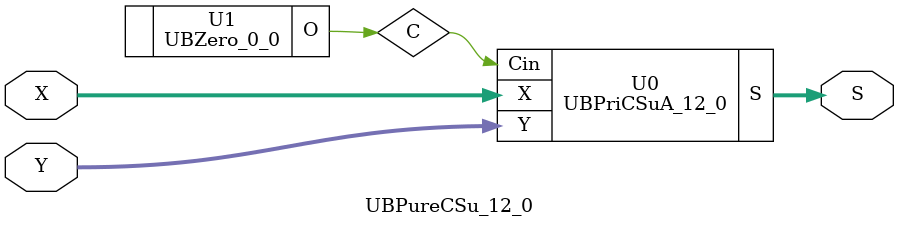
<source format=v>
/*----------------------------------------------------------------------------
  Copyright (c) 2021 Homma laboratory. All rights reserved.

  Top module: UBCSu_12_0_12_0

  Operand-1 length: 13
  Operand-2 length: 13
  Two-operand addition algorithm: Conditional sum adder
----------------------------------------------------------------------------*/

module UBFA_0(C, S, X, Y, Z);
  output C;
  output S;
  input X;
  input Y;
  input Z;
  assign C = ( X & Y ) | ( Y & Z ) | ( Z & X );
  assign S = X ^ Y ^ Z;
endmodule

module UBHCSuB_0_0(C, S, X, Y, Ci);
  output C;
  output S;
  input Ci;
  input X;
  input Y;
  UBFA_0 U0 (C, S, X, Y, Ci);
endmodule

module UBZero_1_1(O);
  output [1:1] O;
  assign O[1] = 0;
endmodule

module UBOne_1(O);
  output O;
  assign O = 1;
endmodule

module UBFA_1(C, S, X, Y, Z);
  output C;
  output S;
  input X;
  input Y;
  input Z;
  assign C = ( X & Y ) | ( Y & Z ) | ( Z & X );
  assign S = X ^ Y ^ Z;
endmodule

module UBCSuB_1_1(C_0, C_1, S_0, S_1, X, Y);
  output C_0;
  output C_1;
  output S_0;
  output S_1;
  input X;
  input Y;
  wire Ci_0;
  wire Ci_1;
  wire Co_0;
  wire Co_1;
  assign C_0 = ( Co_0 & ( ~ Ci_0 ) ) | ( Co_1 & Ci_0 );
  assign C_1 = ( Co_0 & ( ~ Ci_1 ) ) | ( Co_1 & Ci_1 );
  UBZero_1_1 U0 (Ci_0);
  UBOne_1 U1 (Ci_1);
  UBFA_1 U2 (Co_0, S_0, X, Y, Ci_0);
  UBFA_1 U3 (Co_1, S_1, X, Y, Ci_1);
endmodule

module UBHCSuB_1_0(C, S, X, Y, Ci);
  output C;
  output [1:0] S;
  input Ci;
  input [1:0] X;
  input [1:0] Y;
  wire C_0;
  wire C_1;
  wire Co;
  wire S_0;
  wire S_1;
  assign S[1] = ( S_0 & ( ~ Co ) ) | ( S_1 & Co );
  assign C = ( C_0 & ( ~ Co ) ) | ( C_1 & Co );
  UBHCSuB_0_0 U0 (Co, S[0], X[0], Y[0], Ci);
  UBCSuB_1_1 U1 (C_0, C_1, S_0, S_1, X[1], Y[1]);
endmodule

module UBZero_2_2(O);
  output [2:2] O;
  assign O[2] = 0;
endmodule

module UBOne_2(O);
  output O;
  assign O = 1;
endmodule

module UBFA_2(C, S, X, Y, Z);
  output C;
  output S;
  input X;
  input Y;
  input Z;
  assign C = ( X & Y ) | ( Y & Z ) | ( Z & X );
  assign S = X ^ Y ^ Z;
endmodule

module UBCSuB_2_2(C_0, C_1, S_0, S_1, X, Y);
  output C_0;
  output C_1;
  output S_0;
  output S_1;
  input X;
  input Y;
  wire Ci_0;
  wire Ci_1;
  wire Co_0;
  wire Co_1;
  assign C_0 = ( Co_0 & ( ~ Ci_0 ) ) | ( Co_1 & Ci_0 );
  assign C_1 = ( Co_0 & ( ~ Ci_1 ) ) | ( Co_1 & Ci_1 );
  UBZero_2_2 U0 (Ci_0);
  UBOne_2 U1 (Ci_1);
  UBFA_2 U2 (Co_0, S_0, X, Y, Ci_0);
  UBFA_2 U3 (Co_1, S_1, X, Y, Ci_1);
endmodule

module UBZero_3_3(O);
  output [3:3] O;
  assign O[3] = 0;
endmodule

module UBOne_3(O);
  output O;
  assign O = 1;
endmodule

module UBFA_3(C, S, X, Y, Z);
  output C;
  output S;
  input X;
  input Y;
  input Z;
  assign C = ( X & Y ) | ( Y & Z ) | ( Z & X );
  assign S = X ^ Y ^ Z;
endmodule

module UBCSuB_3_3(C_0, C_1, S_0, S_1, X, Y);
  output C_0;
  output C_1;
  output S_0;
  output S_1;
  input X;
  input Y;
  wire Ci_0;
  wire Ci_1;
  wire Co_0;
  wire Co_1;
  assign C_0 = ( Co_0 & ( ~ Ci_0 ) ) | ( Co_1 & Ci_0 );
  assign C_1 = ( Co_0 & ( ~ Ci_1 ) ) | ( Co_1 & Ci_1 );
  UBZero_3_3 U0 (Ci_0);
  UBOne_3 U1 (Ci_1);
  UBFA_3 U2 (Co_0, S_0, X, Y, Ci_0);
  UBFA_3 U3 (Co_1, S_1, X, Y, Ci_1);
endmodule

module UBCSuB_3_2(C_0, C_1, S_0, S_1, X, Y);
  output C_0;
  output C_1;
  output [3:2] S_0;
  output [3:2] S_1;
  input [3:2] X;
  input [3:2] Y;
  wire Ci_0;
  wire Ci_1;
  wire Co_0;
  wire Co_1;
  wire So_0;
  wire So_1;
  assign S_0[3] = ( So_0 & ( ~ Ci_0 ) ) | ( So_1 & Ci_0 );
  assign C_0 = ( Co_0 & ( ~ Ci_0 ) ) | ( Co_1 & Ci_0 );
  assign S_1[3] = ( So_0 & ( ~ Ci_1 ) ) | ( So_1 & Ci_1 );
  assign C_1 = ( Co_0 & ( ~ Ci_1 ) ) | ( Co_1 & Ci_1 );
  UBCSuB_2_2 U0 (Ci_0, Ci_1, S_0[2], S_1[2], X[2], Y[2]);
  UBCSuB_3_3 U1 (Co_0, Co_1, So_0, So_1, X[3], Y[3]);
endmodule

module UBHCSuB_3_0(C, S, X, Y, Ci);
  output C;
  output [3:0] S;
  input Ci;
  input [3:0] X;
  input [3:0] Y;
  wire C_0;
  wire C_1;
  wire Co;
  wire [3:2] S_0;
  wire [3:2] S_1;
  assign S[2] = ( S_0[2] & ( ~ Co ) ) | ( S_1[2] & Co );
  assign S[3] = ( S_0[3] & ( ~ Co ) ) | ( S_1[3] & Co );
  assign C = ( C_0 & ( ~ Co ) ) | ( C_1 & Co );
  UBHCSuB_1_0 U0 (Co, S[1:0], X[1:0], Y[1:0], Ci);
  UBCSuB_3_2 U1 (C_0, C_1, S_0, S_1, X[3:2], Y[3:2]);
endmodule

module UBZero_4_4(O);
  output [4:4] O;
  assign O[4] = 0;
endmodule

module UBOne_4(O);
  output O;
  assign O = 1;
endmodule

module UBFA_4(C, S, X, Y, Z);
  output C;
  output S;
  input X;
  input Y;
  input Z;
  assign C = ( X & Y ) | ( Y & Z ) | ( Z & X );
  assign S = X ^ Y ^ Z;
endmodule

module UBCSuB_4_4(C_0, C_1, S_0, S_1, X, Y);
  output C_0;
  output C_1;
  output S_0;
  output S_1;
  input X;
  input Y;
  wire Ci_0;
  wire Ci_1;
  wire Co_0;
  wire Co_1;
  assign C_0 = ( Co_0 & ( ~ Ci_0 ) ) | ( Co_1 & Ci_0 );
  assign C_1 = ( Co_0 & ( ~ Ci_1 ) ) | ( Co_1 & Ci_1 );
  UBZero_4_4 U0 (Ci_0);
  UBOne_4 U1 (Ci_1);
  UBFA_4 U2 (Co_0, S_0, X, Y, Ci_0);
  UBFA_4 U3 (Co_1, S_1, X, Y, Ci_1);
endmodule

module UBZero_5_5(O);
  output [5:5] O;
  assign O[5] = 0;
endmodule

module UBOne_5(O);
  output O;
  assign O = 1;
endmodule

module UBFA_5(C, S, X, Y, Z);
  output C;
  output S;
  input X;
  input Y;
  input Z;
  assign C = ( X & Y ) | ( Y & Z ) | ( Z & X );
  assign S = X ^ Y ^ Z;
endmodule

module UBCSuB_5_5(C_0, C_1, S_0, S_1, X, Y);
  output C_0;
  output C_1;
  output S_0;
  output S_1;
  input X;
  input Y;
  wire Ci_0;
  wire Ci_1;
  wire Co_0;
  wire Co_1;
  assign C_0 = ( Co_0 & ( ~ Ci_0 ) ) | ( Co_1 & Ci_0 );
  assign C_1 = ( Co_0 & ( ~ Ci_1 ) ) | ( Co_1 & Ci_1 );
  UBZero_5_5 U0 (Ci_0);
  UBOne_5 U1 (Ci_1);
  UBFA_5 U2 (Co_0, S_0, X, Y, Ci_0);
  UBFA_5 U3 (Co_1, S_1, X, Y, Ci_1);
endmodule

module UBCSuB_5_4(C_0, C_1, S_0, S_1, X, Y);
  output C_0;
  output C_1;
  output [5:4] S_0;
  output [5:4] S_1;
  input [5:4] X;
  input [5:4] Y;
  wire Ci_0;
  wire Ci_1;
  wire Co_0;
  wire Co_1;
  wire So_0;
  wire So_1;
  assign S_0[5] = ( So_0 & ( ~ Ci_0 ) ) | ( So_1 & Ci_0 );
  assign C_0 = ( Co_0 & ( ~ Ci_0 ) ) | ( Co_1 & Ci_0 );
  assign S_1[5] = ( So_0 & ( ~ Ci_1 ) ) | ( So_1 & Ci_1 );
  assign C_1 = ( Co_0 & ( ~ Ci_1 ) ) | ( Co_1 & Ci_1 );
  UBCSuB_4_4 U0 (Ci_0, Ci_1, S_0[4], S_1[4], X[4], Y[4]);
  UBCSuB_5_5 U1 (Co_0, Co_1, So_0, So_1, X[5], Y[5]);
endmodule

module UBZero_6_6(O);
  output [6:6] O;
  assign O[6] = 0;
endmodule

module UBOne_6(O);
  output O;
  assign O = 1;
endmodule

module UBFA_6(C, S, X, Y, Z);
  output C;
  output S;
  input X;
  input Y;
  input Z;
  assign C = ( X & Y ) | ( Y & Z ) | ( Z & X );
  assign S = X ^ Y ^ Z;
endmodule

module UBCSuB_6_6(C_0, C_1, S_0, S_1, X, Y);
  output C_0;
  output C_1;
  output S_0;
  output S_1;
  input X;
  input Y;
  wire Ci_0;
  wire Ci_1;
  wire Co_0;
  wire Co_1;
  assign C_0 = ( Co_0 & ( ~ Ci_0 ) ) | ( Co_1 & Ci_0 );
  assign C_1 = ( Co_0 & ( ~ Ci_1 ) ) | ( Co_1 & Ci_1 );
  UBZero_6_6 U0 (Ci_0);
  UBOne_6 U1 (Ci_1);
  UBFA_6 U2 (Co_0, S_0, X, Y, Ci_0);
  UBFA_6 U3 (Co_1, S_1, X, Y, Ci_1);
endmodule

module UBCSuB_6_4(C_0, C_1, S_0, S_1, X, Y);
  output C_0;
  output C_1;
  output [6:4] S_0;
  output [6:4] S_1;
  input [6:4] X;
  input [6:4] Y;
  wire Ci_0;
  wire Ci_1;
  wire Co_0;
  wire Co_1;
  wire [6:6] So_0;
  wire [6:6] So_1;
  assign S_0[6] = ( So_0 & ( ~ Ci_0 ) ) | ( So_1 & Ci_0 );
  assign C_0 = ( Co_0 & ( ~ Ci_0 ) ) | ( Co_1 & Ci_0 );
  assign S_1[6] = ( So_0 & ( ~ Ci_1 ) ) | ( So_1 & Ci_1 );
  assign C_1 = ( Co_0 & ( ~ Ci_1 ) ) | ( Co_1 & Ci_1 );
  UBCSuB_5_4 U0 (Ci_0, Ci_1, S_0[5:4], S_1[5:4], X[5:4], Y[5:4]);
  UBCSuB_6_6 U1 (Co_0, Co_1, So_0, So_1, X[6], Y[6]);
endmodule

module UBHCSuB_6_0(C, S, X, Y, Ci);
  output C;
  output [6:0] S;
  input Ci;
  input [6:0] X;
  input [6:0] Y;
  wire C_0;
  wire C_1;
  wire Co;
  wire [6:4] S_0;
  wire [6:4] S_1;
  assign S[4] = ( S_0[4] & ( ~ Co ) ) | ( S_1[4] & Co );
  assign S[5] = ( S_0[5] & ( ~ Co ) ) | ( S_1[5] & Co );
  assign S[6] = ( S_0[6] & ( ~ Co ) ) | ( S_1[6] & Co );
  assign C = ( C_0 & ( ~ Co ) ) | ( C_1 & Co );
  UBHCSuB_3_0 U0 (Co, S[3:0], X[3:0], Y[3:0], Ci);
  UBCSuB_6_4 U1 (C_0, C_1, S_0, S_1, X[6:4], Y[6:4]);
endmodule

module UBZero_7_7(O);
  output [7:7] O;
  assign O[7] = 0;
endmodule

module UBOne_7(O);
  output O;
  assign O = 1;
endmodule

module UBFA_7(C, S, X, Y, Z);
  output C;
  output S;
  input X;
  input Y;
  input Z;
  assign C = ( X & Y ) | ( Y & Z ) | ( Z & X );
  assign S = X ^ Y ^ Z;
endmodule

module UBCSuB_7_7(C_0, C_1, S_0, S_1, X, Y);
  output C_0;
  output C_1;
  output S_0;
  output S_1;
  input X;
  input Y;
  wire Ci_0;
  wire Ci_1;
  wire Co_0;
  wire Co_1;
  assign C_0 = ( Co_0 & ( ~ Ci_0 ) ) | ( Co_1 & Ci_0 );
  assign C_1 = ( Co_0 & ( ~ Ci_1 ) ) | ( Co_1 & Ci_1 );
  UBZero_7_7 U0 (Ci_0);
  UBOne_7 U1 (Ci_1);
  UBFA_7 U2 (Co_0, S_0, X, Y, Ci_0);
  UBFA_7 U3 (Co_1, S_1, X, Y, Ci_1);
endmodule

module UBZero_8_8(O);
  output [8:8] O;
  assign O[8] = 0;
endmodule

module UBOne_8(O);
  output O;
  assign O = 1;
endmodule

module UBFA_8(C, S, X, Y, Z);
  output C;
  output S;
  input X;
  input Y;
  input Z;
  assign C = ( X & Y ) | ( Y & Z ) | ( Z & X );
  assign S = X ^ Y ^ Z;
endmodule

module UBCSuB_8_8(C_0, C_1, S_0, S_1, X, Y);
  output C_0;
  output C_1;
  output S_0;
  output S_1;
  input X;
  input Y;
  wire Ci_0;
  wire Ci_1;
  wire Co_0;
  wire Co_1;
  assign C_0 = ( Co_0 & ( ~ Ci_0 ) ) | ( Co_1 & Ci_0 );
  assign C_1 = ( Co_0 & ( ~ Ci_1 ) ) | ( Co_1 & Ci_1 );
  UBZero_8_8 U0 (Ci_0);
  UBOne_8 U1 (Ci_1);
  UBFA_8 U2 (Co_0, S_0, X, Y, Ci_0);
  UBFA_8 U3 (Co_1, S_1, X, Y, Ci_1);
endmodule

module UBCSuB_8_7(C_0, C_1, S_0, S_1, X, Y);
  output C_0;
  output C_1;
  output [8:7] S_0;
  output [8:7] S_1;
  input [8:7] X;
  input [8:7] Y;
  wire Ci_0;
  wire Ci_1;
  wire Co_0;
  wire Co_1;
  wire So_0;
  wire So_1;
  assign S_0[8] = ( So_0 & ( ~ Ci_0 ) ) | ( So_1 & Ci_0 );
  assign C_0 = ( Co_0 & ( ~ Ci_0 ) ) | ( Co_1 & Ci_0 );
  assign S_1[8] = ( So_0 & ( ~ Ci_1 ) ) | ( So_1 & Ci_1 );
  assign C_1 = ( Co_0 & ( ~ Ci_1 ) ) | ( Co_1 & Ci_1 );
  UBCSuB_7_7 U0 (Ci_0, Ci_1, S_0[7], S_1[7], X[7], Y[7]);
  UBCSuB_8_8 U1 (Co_0, Co_1, So_0, So_1, X[8], Y[8]);
endmodule

module UBZero_9_9(O);
  output [9:9] O;
  assign O[9] = 0;
endmodule

module UBOne_9(O);
  output O;
  assign O = 1;
endmodule

module UBFA_9(C, S, X, Y, Z);
  output C;
  output S;
  input X;
  input Y;
  input Z;
  assign C = ( X & Y ) | ( Y & Z ) | ( Z & X );
  assign S = X ^ Y ^ Z;
endmodule

module UBCSuB_9_9(C_0, C_1, S_0, S_1, X, Y);
  output C_0;
  output C_1;
  output S_0;
  output S_1;
  input X;
  input Y;
  wire Ci_0;
  wire Ci_1;
  wire Co_0;
  wire Co_1;
  assign C_0 = ( Co_0 & ( ~ Ci_0 ) ) | ( Co_1 & Ci_0 );
  assign C_1 = ( Co_0 & ( ~ Ci_1 ) ) | ( Co_1 & Ci_1 );
  UBZero_9_9 U0 (Ci_0);
  UBOne_9 U1 (Ci_1);
  UBFA_9 U2 (Co_0, S_0, X, Y, Ci_0);
  UBFA_9 U3 (Co_1, S_1, X, Y, Ci_1);
endmodule

module UBCSuB_9_7(C_0, C_1, S_0, S_1, X, Y);
  output C_0;
  output C_1;
  output [9:7] S_0;
  output [9:7] S_1;
  input [9:7] X;
  input [9:7] Y;
  wire Ci_0;
  wire Ci_1;
  wire Co_0;
  wire Co_1;
  wire [9:9] So_0;
  wire [9:9] So_1;
  assign S_0[9] = ( So_0 & ( ~ Ci_0 ) ) | ( So_1 & Ci_0 );
  assign C_0 = ( Co_0 & ( ~ Ci_0 ) ) | ( Co_1 & Ci_0 );
  assign S_1[9] = ( So_0 & ( ~ Ci_1 ) ) | ( So_1 & Ci_1 );
  assign C_1 = ( Co_0 & ( ~ Ci_1 ) ) | ( Co_1 & Ci_1 );
  UBCSuB_8_7 U0 (Ci_0, Ci_1, S_0[8:7], S_1[8:7], X[8:7], Y[8:7]);
  UBCSuB_9_9 U1 (Co_0, Co_1, So_0, So_1, X[9], Y[9]);
endmodule

module UBZero_10_10(O);
  output [10:10] O;
  assign O[10] = 0;
endmodule

module UBOne_10(O);
  output O;
  assign O = 1;
endmodule

module UBFA_10(C, S, X, Y, Z);
  output C;
  output S;
  input X;
  input Y;
  input Z;
  assign C = ( X & Y ) | ( Y & Z ) | ( Z & X );
  assign S = X ^ Y ^ Z;
endmodule

module UBCSuB_10_10(C_0, C_1, S_0, S_1, X, Y);
  output C_0;
  output C_1;
  output S_0;
  output S_1;
  input X;
  input Y;
  wire Ci_0;
  wire Ci_1;
  wire Co_0;
  wire Co_1;
  assign C_0 = ( Co_0 & ( ~ Ci_0 ) ) | ( Co_1 & Ci_0 );
  assign C_1 = ( Co_0 & ( ~ Ci_1 ) ) | ( Co_1 & Ci_1 );
  UBZero_10_10 U0 (Ci_0);
  UBOne_10 U1 (Ci_1);
  UBFA_10 U2 (Co_0, S_0, X, Y, Ci_0);
  UBFA_10 U3 (Co_1, S_1, X, Y, Ci_1);
endmodule

module UBZero_11_11(O);
  output [11:11] O;
  assign O[11] = 0;
endmodule

module UBOne_11(O);
  output O;
  assign O = 1;
endmodule

module UBFA_11(C, S, X, Y, Z);
  output C;
  output S;
  input X;
  input Y;
  input Z;
  assign C = ( X & Y ) | ( Y & Z ) | ( Z & X );
  assign S = X ^ Y ^ Z;
endmodule

module UBCSuB_11_11(C_0, C_1, S_0, S_1, X, Y);
  output C_0;
  output C_1;
  output S_0;
  output S_1;
  input X;
  input Y;
  wire Ci_0;
  wire Ci_1;
  wire Co_0;
  wire Co_1;
  assign C_0 = ( Co_0 & ( ~ Ci_0 ) ) | ( Co_1 & Ci_0 );
  assign C_1 = ( Co_0 & ( ~ Ci_1 ) ) | ( Co_1 & Ci_1 );
  UBZero_11_11 U0 (Ci_0);
  UBOne_11 U1 (Ci_1);
  UBFA_11 U2 (Co_0, S_0, X, Y, Ci_0);
  UBFA_11 U3 (Co_1, S_1, X, Y, Ci_1);
endmodule

module UBCSuB_11_10(C_0, C_1, S_0, S_1, X, Y);
  output C_0;
  output C_1;
  output [11:10] S_0;
  output [11:10] S_1;
  input [11:10] X;
  input [11:10] Y;
  wire Ci_0;
  wire Ci_1;
  wire Co_0;
  wire Co_1;
  wire So_0;
  wire So_1;
  assign S_0[11] = ( So_0 & ( ~ Ci_0 ) ) | ( So_1 & Ci_0 );
  assign C_0 = ( Co_0 & ( ~ Ci_0 ) ) | ( Co_1 & Ci_0 );
  assign S_1[11] = ( So_0 & ( ~ Ci_1 ) ) | ( So_1 & Ci_1 );
  assign C_1 = ( Co_0 & ( ~ Ci_1 ) ) | ( Co_1 & Ci_1 );
  UBCSuB_10_10 U0 (Ci_0, Ci_1, S_0[10], S_1[10], X[10], Y[10]);
  UBCSuB_11_11 U1 (Co_0, Co_1, So_0, So_1, X[11], Y[11]);
endmodule

module UBZero_12_12(O);
  output [12:12] O;
  assign O[12] = 0;
endmodule

module UBOne_12(O);
  output O;
  assign O = 1;
endmodule

module UBFA_12(C, S, X, Y, Z);
  output C;
  output S;
  input X;
  input Y;
  input Z;
  assign C = ( X & Y ) | ( Y & Z ) | ( Z & X );
  assign S = X ^ Y ^ Z;
endmodule

module UBCSuB_12_12(C_0, C_1, S_0, S_1, X, Y);
  output C_0;
  output C_1;
  output S_0;
  output S_1;
  input X;
  input Y;
  wire Ci_0;
  wire Ci_1;
  wire Co_0;
  wire Co_1;
  assign C_0 = ( Co_0 & ( ~ Ci_0 ) ) | ( Co_1 & Ci_0 );
  assign C_1 = ( Co_0 & ( ~ Ci_1 ) ) | ( Co_1 & Ci_1 );
  UBZero_12_12 U0 (Ci_0);
  UBOne_12 U1 (Ci_1);
  UBFA_12 U2 (Co_0, S_0, X, Y, Ci_0);
  UBFA_12 U3 (Co_1, S_1, X, Y, Ci_1);
endmodule

module UBCSuB_12_10(C_0, C_1, S_0, S_1, X, Y);
  output C_0;
  output C_1;
  output [12:10] S_0;
  output [12:10] S_1;
  input [12:10] X;
  input [12:10] Y;
  wire Ci_0;
  wire Ci_1;
  wire Co_0;
  wire Co_1;
  wire [12:12] So_0;
  wire [12:12] So_1;
  assign S_0[12] = ( So_0 & ( ~ Ci_0 ) ) | ( So_1 & Ci_0 );
  assign C_0 = ( Co_0 & ( ~ Ci_0 ) ) | ( Co_1 & Ci_0 );
  assign S_1[12] = ( So_0 & ( ~ Ci_1 ) ) | ( So_1 & Ci_1 );
  assign C_1 = ( Co_0 & ( ~ Ci_1 ) ) | ( Co_1 & Ci_1 );
  UBCSuB_11_10 U0 (Ci_0, Ci_1, S_0[11:10], S_1[11:10], X[11:10], Y[11:10]);
  UBCSuB_12_12 U1 (Co_0, Co_1, So_0, So_1, X[12], Y[12]);
endmodule

module UBCSuB_12_7(C_0, C_1, S_0, S_1, X, Y);
  output C_0;
  output C_1;
  output [12:7] S_0;
  output [12:7] S_1;
  input [12:7] X;
  input [12:7] Y;
  wire Ci_0;
  wire Ci_1;
  wire Co_0;
  wire Co_1;
  wire [12:10] So_0;
  wire [12:10] So_1;
  assign S_0[10] = ( So_0[10] & ( ~ Ci_0 ) ) | ( So_1[10] & Ci_0 );
  assign S_0[11] = ( So_0[11] & ( ~ Ci_0 ) ) | ( So_1[11] & Ci_0 );
  assign S_0[12] = ( So_0[12] & ( ~ Ci_0 ) ) | ( So_1[12] & Ci_0 );
  assign C_0 = ( Co_0 & ( ~ Ci_0 ) ) | ( Co_1 & Ci_0 );
  assign S_1[10] = ( So_0[10] & ( ~ Ci_1 ) ) | ( So_1[10] & Ci_1 );
  assign S_1[11] = ( So_0[11] & ( ~ Ci_1 ) ) | ( So_1[11] & Ci_1 );
  assign S_1[12] = ( So_0[12] & ( ~ Ci_1 ) ) | ( So_1[12] & Ci_1 );
  assign C_1 = ( Co_0 & ( ~ Ci_1 ) ) | ( Co_1 & Ci_1 );
  UBCSuB_9_7 U0 (Ci_0, Ci_1, S_0[9:7], S_1[9:7], X[9:7], Y[9:7]);
  UBCSuB_12_10 U1 (Co_0, Co_1, So_0, So_1, X[12:10], Y[12:10]);
endmodule

module UBPriCSuA_12_0(S, X, Y, Cin);
  output [13:0] S;
  input Cin;
  input [12:0] X;
  input [12:0] Y;
  wire C_0;
  wire C_1;
  wire Co;
  wire [12:7] S_0;
  wire [12:7] S_1;
  assign S[7] = ( S_0[7] & ( ~ Co ) ) | ( S_1[7] & Co );
  assign S[8] = ( S_0[8] & ( ~ Co ) ) | ( S_1[8] & Co );
  assign S[9] = ( S_0[9] & ( ~ Co ) ) | ( S_1[9] & Co );
  assign S[10] = ( S_0[10] & ( ~ Co ) ) | ( S_1[10] & Co );
  assign S[11] = ( S_0[11] & ( ~ Co ) ) | ( S_1[11] & Co );
  assign S[12] = ( S_0[12] & ( ~ Co ) ) | ( S_1[12] & Co );
  assign S[13] = ( C_0 & ( ~ Co ) ) | ( C_1 & Co );
  UBHCSuB_6_0 U0 (Co, S[6:0], X[6:0], Y[6:0], Cin);
  UBCSuB_12_7 U1 (C_0, C_1, S_0, S_1, X[12:7], Y[12:7]);
endmodule

module UBZero_0_0(O);
  output [0:0] O;
  assign O[0] = 0;
endmodule

module UBCSu_12_0_12_0 (S, X, Y);
  output [13:0] S;
  input [12:0] X;
  input [12:0] Y;
  UBPureCSu_12_0 U0 (S[13:0], X[12:0], Y[12:0]);
endmodule

module UBPureCSu_12_0 (S, X, Y);
  output [13:0] S;
  input [12:0] X;
  input [12:0] Y;
  wire C;
  UBPriCSuA_12_0 U0 (S, X, Y, C);
  UBZero_0_0 U1 (C);
endmodule


</source>
